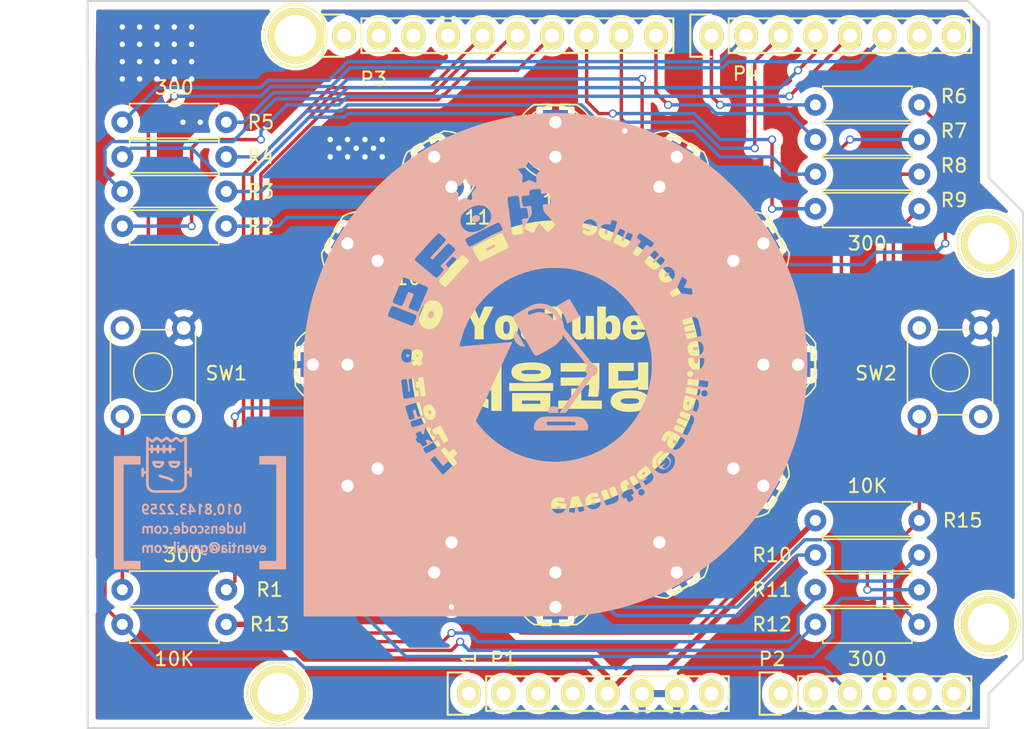
<source format=kicad_pcb>
(kicad_pcb (version 20171130) (host pcbnew "(5.1.7)-1")
  (title_block (date "lun. 30 mars 2015"))
  (layers (0 F.Cu signal) (31 B.Cu signal) (34 B.Paste user) (35 F.Paste user) (36 B.SilkS user) (37 F.SilkS user) (38 B.Mask user) (39 F.Mask user) (44 Edge.Cuts user))
  (net 0 "")
  (net 1 +5V)
  (net 2 GND)
  (net 3 "Net-(D1-Pad2)")
  (net 4 "Net-(D2-Pad2)")
  (net 5 "Net-(D3-Pad2)")
  (net 6 "Net-(D4-Pad2)")
  (net 7 "Net-(D5-Pad2)")
  (net 8 "Net-(D6-Pad2)")
  (net 9 "Net-(D7-Pad2)")
  (net 10 "Net-(D8-Pad2)")
  (net 11 "Net-(D9-Pad2)")
  (net 12 "Net-(D10-Pad2)")
  (net 13 "Net-(D11-Pad2)")
  (net 14 "Net-(D12-Pad2)")
  (net 15 A2)
  (net 16 A3)
  (net 17 /A5)
  (net 18 "Net-(P3-Pad3)")
  (net 19 P13)
  (net 20 P12)
  (net 21 P11)
  (net 22 P10)
  (net 23 P09)
  (net 24 P08)
  (net 25 P07)
  (net 26 P06)
  (net 27 P05)
  (net 28 P04)
  (net 29 P03)
  (net 30 P02)
  (net 31 /A4)
  (module Try001:YouTube_PCB_Profile_130x105 (layer B.Cu) (at 119.253 109.855 180)
    (fp_text reference G*** hide)
    (fp_text value LOGO hide)
  )
  (module Try001:YouTube_PCB_B369 (layer B.Cu) (at 145.288 99.695 180)
    (fp_text reference G*** hide)
    (fp_text value LOGO hide)
  )
  (module Try001:YouTube_PCB_212 (layer F.Cu) (at 145.288 99.695)
    (fp_text reference G*** hide)
    (fp_text value LOGO hide)
  )
  (module Socket_Arduino_Uno:Socket_Strip_Arduino_1x08 (layer F.Cu) (at 138.938 123.825)
    (fp_text reference P1 (at 2.54 -2.54) (layer F.SilkS))
    (fp_text value Power)
    (pad 1 thru_hole oval (at 0 0) (size 1.7272 2.032) (drill 1.016) (layers *.Cu *.Mask F.SilkS))
    (pad 2 thru_hole oval (at 2.54 0) (size 1.7272 2.032) (drill 1.016) (layers *.Cu *.Mask F.SilkS))
    (pad 3 thru_hole oval (at 5.08 0) (size 1.7272 2.032) (drill 1.016) (layers *.Cu *.Mask F.SilkS))
    (pad 4 thru_hole oval (at 7.62 0) (size 1.7272 2.032) (drill 1.016) (layers *.Cu *.Mask F.SilkS))
    (pad 5 thru_hole oval (at 10.16 0) (size 1.7272 2.032) (drill 1.016) (layers *.Cu *.Mask F.SilkS) (net 1 +5V))
    (pad 6 thru_hole oval (at 12.7 0) (size 1.7272 2.032) (drill 1.016) (layers *.Cu *.Mask F.SilkS) (net 2 GND))
    (pad 7 thru_hole oval (at 15.24 0) (size 1.7272 2.032) (drill 1.016) (layers *.Cu *.Mask F.SilkS) (net 2 GND))
    (pad 8 thru_hole oval (at 17.78 0) (size 1.7272 2.032) (drill 1.016) (layers *.Cu *.Mask F.SilkS))
  )
  (module Socket_Arduino_Uno:Socket_Strip_Arduino_1x06 (layer F.Cu) (at 161.798 123.825)
    (fp_text reference P2 (at -0.635 -2.54) (layer F.SilkS))
    (fp_text value Analog)
    (pad 1 thru_hole oval (at 0 0) (size 1.7272 2.032) (drill 1.016) (layers *.Cu *.Mask F.SilkS))
    (pad 2 thru_hole oval (at 2.54 0) (size 1.7272 2.032) (drill 1.016) (layers *.Cu *.Mask F.SilkS))
    (pad 3 thru_hole oval (at 5.08 0) (size 1.7272 2.032) (drill 1.016) (layers *.Cu *.Mask F.SilkS) (net 15 A2))
    (pad 4 thru_hole oval (at 7.62 0) (size 1.7272 2.032) (drill 1.016) (layers *.Cu *.Mask F.SilkS) (net 16 A3))
    (pad 5 thru_hole oval (at 10.16 0) (size 1.7272 2.032) (drill 1.016) (layers *.Cu *.Mask F.SilkS))
    (pad 6 thru_hole oval (at 12.7 0) (size 1.7272 2.032) (drill 1.016) (layers *.Cu *.Mask F.SilkS))
  )
  (module Socket_Arduino_Uno:Socket_Strip_Arduino_1x10 (layer F.Cu) (at 129.794 75.565)
    (fp_text reference P3 (at 2.159 3.175) (layer F.SilkS))
    (fp_text value Digital)
    (pad 1 thru_hole oval (at 0 0) (size 1.7272 2.032) (drill 1.016) (layers *.Cu *.Mask F.SilkS) (net 17 /A5))
    (pad 2 thru_hole oval (at 2.54 0) (size 1.7272 2.032) (drill 1.016) (layers *.Cu *.Mask F.SilkS) (net 31 /A4))
    (pad 3 thru_hole oval (at 5.08 0) (size 1.7272 2.032) (drill 1.016) (layers *.Cu *.Mask F.SilkS) (net 18 "Net-(P3-Pad3)"))
    (pad 4 thru_hole oval (at 7.62 0) (size 1.7272 2.032) (drill 1.016) (layers *.Cu *.Mask F.SilkS) (net 2 GND))
    (pad 5 thru_hole oval (at 10.16 0) (size 1.7272 2.032) (drill 1.016) (layers *.Cu *.Mask F.SilkS) (net 19 P13))
    (pad 6 thru_hole oval (at 12.7 0) (size 1.7272 2.032) (drill 1.016) (layers *.Cu *.Mask F.SilkS) (net 20 P12))
    (pad 7 thru_hole oval (at 15.24 0) (size 1.7272 2.032) (drill 1.016) (layers *.Cu *.Mask F.SilkS) (net 21 P11))
    (pad 8 thru_hole oval (at 17.78 0) (size 1.7272 2.032) (drill 1.016) (layers *.Cu *.Mask F.SilkS) (net 22 P10))
    (pad 9 thru_hole oval (at 20.32 0) (size 1.7272 2.032) (drill 1.016) (layers *.Cu *.Mask F.SilkS) (net 23 P09))
    (pad 10 thru_hole oval (at 22.86 0) (size 1.7272 2.032) (drill 1.016) (layers *.Cu *.Mask F.SilkS) (net 24 P08))
  )
  (module Socket_Arduino_Uno:Socket_Strip_Arduino_1x08 (layer F.Cu) (at 156.718 75.565)
    (fp_text reference P4 (at 2.54 2.794) (layer F.SilkS))
    (fp_text value Digital)
    (pad 1 thru_hole oval (at 0 0) (size 1.7272 2.032) (drill 1.016) (layers *.Cu *.Mask F.SilkS) (net 25 P07))
    (pad 2 thru_hole oval (at 2.54 0) (size 1.7272 2.032) (drill 1.016) (layers *.Cu *.Mask F.SilkS) (net 26 P06))
    (pad 3 thru_hole oval (at 5.08 0) (size 1.7272 2.032) (drill 1.016) (layers *.Cu *.Mask F.SilkS) (net 27 P05))
    (pad 4 thru_hole oval (at 7.62 0) (size 1.7272 2.032) (drill 1.016) (layers *.Cu *.Mask F.SilkS) (net 28 P04))
    (pad 5 thru_hole oval (at 10.16 0) (size 1.7272 2.032) (drill 1.016) (layers *.Cu *.Mask F.SilkS) (net 29 P03))
    (pad 6 thru_hole oval (at 12.7 0) (size 1.7272 2.032) (drill 1.016) (layers *.Cu *.Mask F.SilkS) (net 30 P02))
    (pad 7 thru_hole oval (at 15.24 0) (size 1.7272 2.032) (drill 1.016) (layers *.Cu *.Mask F.SilkS))
    (pad 8 thru_hole oval (at 17.78 0) (size 1.7272 2.032) (drill 1.016) (layers *.Cu *.Mask F.SilkS))
  )
  (module Socket_Arduino_Uno:Arduino_1pin (layer F.Cu) (at 124.968 123.825)
    (fp_text reference P5 hide)
    (fp_text value CONN_01X01 hide)
    (pad 1 thru_hole circle (at 0 0) (size 4.064 4.064) (drill 3.048) (layers *.Cu *.Mask F.SilkS))
  )
  (module Socket_Arduino_Uno:Arduino_1pin (layer F.Cu) (at 177.038 118.745)
    (fp_text reference P6 hide)
    (fp_text value CONN_01X01 hide)
    (pad 1 thru_hole circle (at 0 0) (size 4.064 4.064) (drill 3.048) (layers *.Cu *.Mask F.SilkS))
  )
  (module Socket_Arduino_Uno:Arduino_1pin (layer F.Cu) (at 126.238 75.565)
    (fp_text reference P7 hide)
    (fp_text value CONN_01X01 hide)
    (pad 1 thru_hole circle (at 0 0) (size 4.064 4.064) (drill 3.048) (layers *.Cu *.Mask F.SilkS))
  )
  (module Socket_Arduino_Uno:Arduino_1pin (layer F.Cu) (at 177.038 90.805)
    (fp_text reference P8 hide)
    (fp_text value CONN_01X01 hide)
    (pad 1 thru_hole circle (at 0 0) (size 4.064 4.064) (drill 3.048) (layers *.Cu *.Mask F.SilkS))
  )
  (module LED_THT:LED_D5.0mm (layer F.Cu) (at 127.508 99.695)
    (fp_text reference D1 (at 1.27 -3.96) (layer F.SilkS))
    (fp_text value LED hide)
    (pad 1 thru_hole rect (at 0 0) (size 1.8 1.8) (drill 0.9) (layers *.Cu *.Mask) (net 2 GND))
    (pad 2 thru_hole circle (at 2.54 0) (size 1.8 1.8) (drill 0.9) (layers *.Cu *.Mask) (net 3 "Net-(D1-Pad2)"))
  )
  (module LED_THT:LED_D5.0mm (layer F.Cu) (at 130.048 90.805 330)
    (fp_text reference D2 (at 1.27 -3.96 150) (layer F.SilkS))
    (fp_text value LED hide)
    (pad 1 thru_hole rect (at 0 0 330) (size 1.8 1.8) (drill 0.9) (layers *.Cu *.Mask) (net 2 GND))
    (pad 2 thru_hole circle (at 2.54 0 330) (size 1.8 1.8) (drill 0.9) (layers *.Cu *.Mask) (net 4 "Net-(D2-Pad2)"))
  )
  (module LED_THT:LED_D5.0mm (layer F.Cu) (at 136.398 84.455 300)
    (fp_text reference D3 (at 1.27 -3.96 120) (layer F.SilkS))
    (fp_text value LED hide)
    (pad 1 thru_hole rect (at 0 0 300) (size 1.8 1.8) (drill 0.9) (layers *.Cu *.Mask) (net 2 GND))
    (pad 2 thru_hole circle (at 2.54 0 300) (size 1.8 1.8) (drill 0.9) (layers *.Cu *.Mask) (net 5 "Net-(D3-Pad2)"))
  )
  (module LED_THT:LED_D5.0mm (layer F.Cu) (at 145.288 81.915 270)
    (fp_text reference D4 (at 1.27 -3.96 90) (layer F.SilkS))
    (fp_text value LED hide)
    (pad 2 thru_hole circle (at 2.54 0 270) (size 1.8 1.8) (drill 0.9) (layers *.Cu *.Mask) (net 6 "Net-(D4-Pad2)"))
    (pad 1 thru_hole rect (at 0 0 270) (size 1.8 1.8) (drill 0.9) (layers *.Cu *.Mask) (net 2 GND))
  )
  (module LED_THT:LED_D5.0mm (layer F.Cu) (at 154.178 84.455 240)
    (fp_text reference D5 (at 1.27 -3.96 60) (layer F.SilkS))
    (fp_text value LED hide)
    (pad 1 thru_hole rect (at 0 0 240) (size 1.8 1.8) (drill 0.9) (layers *.Cu *.Mask) (net 2 GND))
    (pad 2 thru_hole circle (at 2.54 0 240) (size 1.8 1.8) (drill 0.9) (layers *.Cu *.Mask) (net 7 "Net-(D5-Pad2)"))
  )
  (module LED_THT:LED_D5.0mm (layer F.Cu) (at 160.528 90.805 210)
    (fp_text reference D6 (at 1.27 -3.96 30) (layer F.SilkS))
    (fp_text value LED hide)
    (pad 2 thru_hole circle (at 2.54 0 210) (size 1.8 1.8) (drill 0.9) (layers *.Cu *.Mask) (net 8 "Net-(D6-Pad2)"))
    (pad 1 thru_hole rect (at 0 0 210) (size 1.8 1.8) (drill 0.9) (layers *.Cu *.Mask) (net 2 GND))
  )
  (module LED_THT:LED_D5.0mm (layer F.Cu) (at 163.068 99.695 180)
    (fp_text reference D7 (at 1.27 -3.96) (layer F.SilkS))
    (fp_text value LED hide)
    (pad 2 thru_hole circle (at 2.54 0 180) (size 1.8 1.8) (drill 0.9) (layers *.Cu *.Mask) (net 9 "Net-(D7-Pad2)"))
    (pad 1 thru_hole rect (at 0 0 180) (size 1.8 1.8) (drill 0.9) (layers *.Cu *.Mask) (net 2 GND))
  )
  (module LED_THT:LED_D5.0mm (layer F.Cu) (at 160.528 108.585 150)
    (fp_text reference D8 (at 1.27 -3.96 150) (layer F.SilkS))
    (fp_text value LED hide)
    (pad 2 thru_hole circle (at 2.54 0 150) (size 1.8 1.8) (drill 0.9) (layers *.Cu *.Mask) (net 10 "Net-(D8-Pad2)"))
    (pad 1 thru_hole rect (at 0 0 150) (size 1.8 1.8) (drill 0.9) (layers *.Cu *.Mask) (net 2 GND))
  )
  (module LED_THT:LED_D5.0mm (layer F.Cu) (at 154.178 114.935 120)
    (fp_text reference D9 (at 1.27 -3.96 120) (layer F.SilkS))
    (fp_text value LED hide)
    (pad 1 thru_hole rect (at 0 0 120) (size 1.8 1.8) (drill 0.9) (layers *.Cu *.Mask) (net 2 GND))
    (pad 2 thru_hole circle (at 2.54 0 120) (size 1.8 1.8) (drill 0.9) (layers *.Cu *.Mask) (net 11 "Net-(D9-Pad2)"))
  )
  (module LED_THT:LED_D5.0mm (layer F.Cu) (at 145.288 117.475 90)
    (fp_text reference D10 (at 1.27 -3.96 90) (layer F.SilkS))
    (fp_text value LED hide)
    (pad 1 thru_hole rect (at 0 0 90) (size 1.8 1.8) (drill 0.9) (layers *.Cu *.Mask) (net 2 GND))
    (pad 2 thru_hole circle (at 2.54 0 90) (size 1.8 1.8) (drill 0.9) (layers *.Cu *.Mask) (net 12 "Net-(D10-Pad2)"))
  )
  (module LED_THT:LED_D5.0mm (layer F.Cu) (at 136.398 114.935 60)
    (fp_text reference D11 (at 1.27 -3.96 60) (layer F.SilkS))
    (fp_text value LED hide)
    (pad 2 thru_hole circle (at 2.54 0 60) (size 1.8 1.8) (drill 0.9) (layers *.Cu *.Mask) (net 13 "Net-(D11-Pad2)"))
    (pad 1 thru_hole rect (at 0 0 60) (size 1.8 1.8) (drill 0.9) (layers *.Cu *.Mask) (net 2 GND))
  )
  (module LED_THT:LED_D5.0mm (layer F.Cu) (at 130.048 108.585 30)
    (fp_text reference D12 (at 1.27 -3.96 30) (layer F.SilkS))
    (fp_text value LED hide)
    (pad 2 thru_hole circle (at 2.54 0 30) (size 1.8 1.8) (drill 0.9) (layers *.Cu *.Mask) (net 14 "Net-(D12-Pad2)"))
    (pad 1 thru_hole rect (at 0 0 30) (size 1.8 1.8) (drill 0.9) (layers *.Cu *.Mask) (net 2 GND))
  )
  (module Resistor_THT:R_Axial_DIN0207_L6.3mm_D2.5mm_P7.62mm_Horizontal (layer F.Cu) (at 113.538 116.205)
    (fp_text reference R1 (at 10.795 0) (layer F.SilkS))
    (fp_text value 300 (at 4.445 -2.54) (layer F.SilkS))
    (pad 2 thru_hole oval (at 7.62 0) (size 1.6 1.6) (drill 0.8) (layers *.Cu *.Mask) (net 3 "Net-(D1-Pad2)"))
    (pad 1 thru_hole circle (at 0 0) (size 1.6 1.6) (drill 0.8) (layers *.Cu *.Mask) (net 30 P02))
  )
  (module Resistor_THT:R_Axial_DIN0207_L6.3mm_D2.5mm_P7.62mm_Horizontal (layer F.Cu) (at 113.538 89.535)
    (fp_text reference R2 (at 10.16 0) (layer F.SilkS))
    (fp_text value 300 hide)
    (pad 2 thru_hole oval (at 7.62 0) (size 1.6 1.6) (drill 0.8) (layers *.Cu *.Mask) (net 4 "Net-(D2-Pad2)"))
    (pad 1 thru_hole circle (at 0 0) (size 1.6 1.6) (drill 0.8) (layers *.Cu *.Mask) (net 29 P03))
  )
  (module Resistor_THT:R_Axial_DIN0207_L6.3mm_D2.5mm_P7.62mm_Horizontal (layer F.Cu) (at 113.538 86.995)
    (fp_text reference R3 (at 10.16 0) (layer F.SilkS))
    (fp_text value 300)
    (pad 1 thru_hole circle (at 0 0) (size 1.6 1.6) (drill 0.8) (layers *.Cu *.Mask) (net 28 P04))
    (pad 2 thru_hole oval (at 7.62 0) (size 1.6 1.6) (drill 0.8) (layers *.Cu *.Mask) (net 5 "Net-(D3-Pad2)"))
  )
  (module Resistor_THT:R_Axial_DIN0207_L6.3mm_D2.5mm_P7.62mm_Horizontal (layer F.Cu) (at 121.158 84.455 180)
    (fp_text reference R4 (at -2.54 0) (layer F.SilkS))
    (fp_text value 300 hide)
    (pad 1 thru_hole circle (at 0 0 180) (size 1.6 1.6) (drill 0.8) (layers *.Cu *.Mask) (net 27 P05))
    (pad 2 thru_hole oval (at 7.62 0 180) (size 1.6 1.6) (drill 0.8) (layers *.Cu *.Mask) (net 6 "Net-(D4-Pad2)"))
  )
  (module Resistor_THT:R_Axial_DIN0207_L6.3mm_D2.5mm_P7.62mm_Horizontal (layer F.Cu) (at 113.538 81.915)
    (fp_text reference R5 (at 10.16 0) (layer F.SilkS))
    (fp_text value 300 (at 3.81 -2.54) (layer F.SilkS))
    (pad 1 thru_hole circle (at 0 0) (size 1.6 1.6) (drill 0.8) (layers *.Cu *.Mask) (net 26 P06))
    (pad 2 thru_hole oval (at 7.62 0) (size 1.6 1.6) (drill 0.8) (layers *.Cu *.Mask) (net 7 "Net-(D5-Pad2)"))
  )
  (module Resistor_THT:R_Axial_DIN0207_L6.3mm_D2.5mm_P7.62mm_Horizontal (layer F.Cu) (at 164.338 80.645)
    (fp_text reference R6 (at 10.16 -0.635) (layer F.SilkS))
    (fp_text value 300 (at 3.81 10.16) (layer F.SilkS))
    (pad 1 thru_hole circle (at 0 0) (size 1.6 1.6) (drill 0.8) (layers *.Cu *.Mask) (net 25 P07))
    (pad 2 thru_hole oval (at 7.62 0) (size 1.6 1.6) (drill 0.8) (layers *.Cu *.Mask) (net 8 "Net-(D6-Pad2)"))
  )
  (module Resistor_THT:R_Axial_DIN0207_L6.3mm_D2.5mm_P7.62mm_Horizontal (layer F.Cu) (at 164.338 83.185)
    (fp_text reference R7 (at 10.16 -0.635) (layer F.SilkS))
    (fp_text value 300)
    (pad 1 thru_hole circle (at 0 0) (size 1.6 1.6) (drill 0.8) (layers *.Cu *.Mask) (net 24 P08))
    (pad 2 thru_hole oval (at 7.62 0) (size 1.6 1.6) (drill 0.8) (layers *.Cu *.Mask) (net 9 "Net-(D7-Pad2)"))
  )
  (module Resistor_THT:R_Axial_DIN0207_L6.3mm_D2.5mm_P7.62mm_Horizontal (layer F.Cu) (at 164.338 85.725)
    (fp_text reference R8 (at 10.16 -0.635) (layer F.SilkS))
    (fp_text value 300)
    (pad 2 thru_hole oval (at 7.62 0) (size 1.6 1.6) (drill 0.8) (layers *.Cu *.Mask) (net 10 "Net-(D8-Pad2)"))
    (pad 1 thru_hole circle (at 0 0) (size 1.6 1.6) (drill 0.8) (layers *.Cu *.Mask) (net 23 P09))
  )
  (module Resistor_THT:R_Axial_DIN0207_L6.3mm_D2.5mm_P7.62mm_Horizontal (layer F.Cu) (at 164.338 88.265)
    (fp_text reference R9 (at 10.16 -0.635) (layer F.SilkS))
    (fp_text value 300)
    (pad 1 thru_hole circle (at 0 0) (size 1.6 1.6) (drill 0.8) (layers *.Cu *.Mask) (net 22 P10))
    (pad 2 thru_hole oval (at 7.62 0) (size 1.6 1.6) (drill 0.8) (layers *.Cu *.Mask) (net 11 "Net-(D9-Pad2)"))
  )
  (module Resistor_THT:R_Axial_DIN0207_L6.3mm_D2.5mm_P7.62mm_Horizontal (layer F.Cu) (at 164.338 113.665)
    (fp_text reference R10 (at -3.175 0) (layer F.SilkS))
    (fp_text value 300)
    (pad 2 thru_hole oval (at 7.62 0) (size 1.6 1.6) (drill 0.8) (layers *.Cu *.Mask) (net 12 "Net-(D10-Pad2)"))
    (pad 1 thru_hole circle (at 0 0) (size 1.6 1.6) (drill 0.8) (layers *.Cu *.Mask) (net 21 P11))
  )
  (module Resistor_THT:R_Axial_DIN0207_L6.3mm_D2.5mm_P7.62mm_Horizontal (layer F.Cu) (at 164.338 116.205)
    (fp_text reference R11 (at -3.175 0) (layer F.SilkS))
    (fp_text value 300)
    (pad 1 thru_hole circle (at 0 0) (size 1.6 1.6) (drill 0.8) (layers *.Cu *.Mask) (net 20 P12))
    (pad 2 thru_hole oval (at 7.62 0) (size 1.6 1.6) (drill 0.8) (layers *.Cu *.Mask) (net 13 "Net-(D11-Pad2)"))
  )
  (module Resistor_THT:R_Axial_DIN0207_L6.3mm_D2.5mm_P7.62mm_Horizontal (layer F.Cu) (at 164.338 118.745)
    (fp_text reference R12 (at -3.175 0) (layer F.SilkS))
    (fp_text value 300 (at 3.81 2.54) (layer F.SilkS))
    (pad 2 thru_hole oval (at 7.62 0) (size 1.6 1.6) (drill 0.8) (layers *.Cu *.Mask) (net 14 "Net-(D12-Pad2)"))
    (pad 1 thru_hole circle (at 0 0) (size 1.6 1.6) (drill 0.8) (layers *.Cu *.Mask) (net 19 P13))
  )
  (module Resistor_THT:R_Axial_DIN0207_L6.3mm_D2.5mm_P7.62mm_Horizontal (layer F.Cu) (at 121.158 118.745 180)
    (fp_text reference R13 (at -3.175 0) (layer F.SilkS))
    (fp_text value 10K (at 3.81 -2.54) (layer F.SilkS))
    (pad 1 thru_hole circle (at 0 0 180) (size 1.6 1.6) (drill 0.8) (layers *.Cu *.Mask) (net 1 +5V))
    (pad 2 thru_hole oval (at 7.62 0 180) (size 1.6 1.6) (drill 0.8) (layers *.Cu *.Mask) (net 15 A2))
  )
  (module Resistor_THT:R_Axial_DIN0207_L6.3mm_D2.5mm_P7.62mm_Horizontal (layer F.Cu) (at 164.338 111.125)
    (fp_text reference R15 (at 10.795 0) (layer F.SilkS))
    (fp_text value 10K (at 3.81 -2.54) (layer F.SilkS))
    (pad 2 thru_hole oval (at 7.62 0) (size 1.6 1.6) (drill 0.8) (layers *.Cu *.Mask) (net 16 A3))
    (pad 1 thru_hole circle (at 0 0) (size 1.6 1.6) (drill 0.8) (layers *.Cu *.Mask) (net 1 +5V))
  )
  (module Button_Switch_THT:SW_TH_Tactile_Omron_B3F-10xx (layer F.Cu) (at 113.538 103.505 90)
    (fp_text reference SW1 (at 3.175 7.62 180) (layer F.SilkS))
    (fp_text value SW_MEC_5E)
    (pad 4 thru_hole circle (at 6.5 4.5 90) (size 1.7 1.7) (drill 1) (layers *.Cu *.Mask) (net 2 GND))
    (pad 3 thru_hole circle (at 0 4.5 90) (size 1.7 1.7) (drill 1) (layers *.Cu *.Mask))
    (pad 2 thru_hole circle (at 6.5 0 90) (size 1.7 1.7) (drill 1) (layers *.Cu *.Mask))
    (pad 1 thru_hole circle (at 0 0 90) (size 1.7 1.7) (drill 1) (layers *.Cu *.Mask) (net 15 A2))
  )
  (module Button_Switch_THT:SW_TH_Tactile_Omron_B3F-10xx (layer F.Cu) (at 171.958 103.505 90)
    (fp_text reference SW2 (at 3.175 -3.175 180) (layer F.SilkS))
    (fp_text value SW_MEC_5E)
    (pad 1 thru_hole circle (at 0 0 90) (size 1.7 1.7) (drill 1) (layers *.Cu *.Mask) (net 16 A3))
    (pad 2 thru_hole circle (at 6.5 0 90) (size 1.7 1.7) (drill 1) (layers *.Cu *.Mask))
    (pad 3 thru_hole circle (at 0 4.5 90) (size 1.7 1.7) (drill 1) (layers *.Cu *.Mask))
    (pad 4 thru_hole circle (at 6.5 4.5 90) (size 1.7 1.7) (drill 1) (layers *.Cu *.Mask) (net 2 GND))
  )
  (gr_text 3 (at 157.353 99.695) (layer F.SilkS) (effects (font (size 1 1))))
  (gr_text 11 (at 139.573 88.9) (layer F.SilkS) (effects (font (size 1 1))))
  (gr_text 10 (at 134.493 93.345) (layer F.SilkS) (effects (font (size 1 1))))
  (gr_text 9 (at 133.223 99.695) (layer F.SilkS) (effects (font (size 1 1))))
  (gr_text 8 (at 135.128 106.045) (layer F.SilkS) (effects (font (size 1 1))))
  (gr_text 7 (at 138.938 110.49) (layer F.SilkS) (effects (font (size 1 1))))
  (gr_text 6 (at 145.288 111.76) (layer F.SilkS) (effects (font (size 1 1))))
  (gr_text 5 (at 151.003 110.49) (layer F.SilkS) (effects (font (size 1 1))))
  (gr_text 4 (at 155.448 106.045) (layer F.SilkS) (effects (font (size 1 1))))
  (gr_text 2 (at 155.448 93.345) (layer F.SilkS) (effects (font (size 1 1))))
  (gr_text 1 (at 151.003 88.9) (layer F.SilkS) (effects (font (size 1 1))))
  (gr_text 12 (at 145.288 87.63) (layer F.SilkS) (effects (font (size 1 1))))
  (gr_text 1 (at 138.938 121.285 90) (layer F.SilkS) (effects (font (size 1 1))))
  (gr_line (start 177.038 74.549) (end 175.514 73.025) (angle 90) (layer Edge.Cuts) (width 0.15))
  (gr_line (start 177.038 85.979) (end 177.038 74.549) (angle 90) (layer Edge.Cuts) (width 0.15))
  (gr_line (start 179.578 88.519) (end 177.038 85.979) (angle 90) (layer Edge.Cuts) (width 0.15))
  (gr_line (start 179.578 121.285) (end 179.578 88.519) (angle 90) (layer Edge.Cuts) (width 0.15))
  (gr_line (start 177.038 123.825) (end 179.578 121.285) (angle 90) (layer Edge.Cuts) (width 0.15))
  (gr_line (start 177.038 126.365) (end 177.038 123.825) (angle 90) (layer Edge.Cuts) (width 0.15))
  (gr_line (start 110.998 126.365) (end 177.038 126.365) (angle 90) (layer Edge.Cuts) (width 0.15))
  (gr_line (start 110.998 73.025) (end 110.998 126.365) (angle 90) (layer Edge.Cuts) (width 0.15))
  (gr_line (start 175.514 73.025) (end 110.998 73.025) (angle 90) (layer Edge.Cuts) (width 0.15))
  (segment (start 149.098 122.555) (end 149.098 123.825) (width 0.4) (layer F.Cu) (net 1))
  (segment (start 147.828 121.285) (end 149.098 122.555) (width 0.4) (layer F.Cu) (net 1))
  (segment (start 151.003 121.92) (end 149.098 123.825) (width 0.4) (layer F.Cu) (net 1))
  (segment (start 153.543 121.92) (end 151.003 121.92) (width 0.4) (layer F.Cu) (net 1))
  (segment (start 164.338 111.125) (end 153.543 121.92) (width 0.4) (layer F.Cu) (net 1))
  (segment (start 121.158 118.745) (end 124.333 118.745) (width 0.4) (layer F.Cu) (net 1))
  (segment (start 124.333 118.745) (end 126.873 121.285) (width 0.4) (layer F.Cu) (net 1))
  (segment (start 126.873 121.285) (end 147.828 121.285) (width 0.4) (layer F.Cu) (net 1))
  (via (at 113.538 78.74) (size 0.6) (drill 0.4) (layers F.Cu B.Cu) (net 2))
  (via (at 113.538 77.47) (size 0.6) (drill 0.4) (layers F.Cu B.Cu) (net 2))
  (via (at 113.538 76.2) (size 0.6) (drill 0.4) (layers F.Cu B.Cu) (net 2))
  (via (at 113.538 74.93) (size 0.6) (drill 0.4) (layers F.Cu B.Cu) (net 2))
  (via (at 114.808 74.93) (size 0.6) (drill 0.4) (layers F.Cu B.Cu) (net 2))
  (via (at 116.078 74.93) (size 0.6) (drill 0.4) (layers F.Cu B.Cu) (net 2))
  (via (at 117.348 74.93) (size 0.6) (drill 0.4) (layers F.Cu B.Cu) (net 2))
  (via (at 117.348 76.2) (size 0.6) (drill 0.4) (layers F.Cu B.Cu) (net 2))
  (via (at 116.078 76.2) (size 0.6) (drill 0.4) (layers F.Cu B.Cu) (net 2))
  (via (at 114.808 76.2) (size 0.6) (drill 0.4) (layers F.Cu B.Cu) (net 2))
  (via (at 114.808 77.47) (size 0.6) (drill 0.4) (layers F.Cu B.Cu) (net 2))
  (via (at 114.808 78.74) (size 0.6) (drill 0.4) (layers F.Cu B.Cu) (net 2))
  (via (at 116.078 77.47) (size 0.6) (drill 0.4) (layers F.Cu B.Cu) (net 2))
  (via (at 117.348 77.47) (size 0.6) (drill 0.4) (layers F.Cu B.Cu) (net 2))
  (via (at 116.078 78.74) (size 0.6) (drill 0.4) (layers F.Cu B.Cu) (net 2))
  (via (at 117.348 78.74) (size 0.6) (drill 0.4) (layers F.Cu B.Cu) (net 2))
  (via (at 118.618 78.74) (size 0.6) (drill 0.4) (layers F.Cu B.Cu) (net 2))
  (via (at 118.618 77.47) (size 0.6) (drill 0.4) (layers F.Cu B.Cu) (net 2))
  (via (at 118.618 76.2) (size 0.6) (drill 0.4) (layers F.Cu B.Cu) (net 2))
  (via (at 118.618 74.93) (size 0.6) (drill 0.4) (layers F.Cu B.Cu) (net 2))
  (via (at 131.318 83.185) (size 0.6) (drill 0.4) (layers F.Cu B.Cu) (net 2))
  (via (at 130.048 83.185) (size 0.6) (drill 0.4) (layers F.Cu B.Cu) (net 2))
  (via (at 128.778 83.185) (size 0.6) (drill 0.4) (layers F.Cu B.Cu) (net 2))
  (via (at 117.983 81.915) (size 0.6) (drill 0.4) (layers F.Cu B.Cu) (net 2))
  (via (at 119.253 81.915) (size 0.6) (drill 0.4) (layers F.Cu B.Cu) (net 2))
  (via (at 132.588 83.185) (size 0.6) (drill 0.4) (layers F.Cu B.Cu) (net 2))
  (via (at 132.588 84.455) (size 0.6) (drill 0.4) (layers F.Cu B.Cu) (net 2))
  (via (at 130.683 83.82) (size 0.6) (drill 0.4) (layers F.Cu B.Cu) (net 2))
  (via (at 131.953 83.82) (size 0.6) (drill 0.4) (layers F.Cu B.Cu) (net 2))
  (via (at 129.413 83.82) (size 0.6) (drill 0.4) (layers F.Cu B.Cu) (net 2))
  (via (at 131.318 84.455) (size 0.6) (drill 0.4) (layers F.Cu B.Cu) (net 2))
  (via (at 130.048 84.455) (size 0.6) (drill 0.4) (layers F.Cu B.Cu) (net 2))
  (via (at 128.778 84.455) (size 0.6) (drill 0.4) (layers F.Cu B.Cu) (net 2))
  (segment (start 130.048 99.695) (end 126.873 102.87) (width 0.25) (layer B.Cu) (net 3))
  (segment (start 126.873 102.87) (end 122.428 102.87) (width 0.25) (layer B.Cu) (net 3))
  (via (at 121.793 103.505) (size 0.6) (drill 0.4) (layers F.Cu B.Cu) (net 3))
  (segment (start 122.428 102.87) (end 121.793 103.505) (width 0.25) (layer B.Cu) (net 3))
  (segment (start 121.793 115.57) (end 121.158 116.205) (width 0.25) (layer F.Cu) (net 3))
  (segment (start 121.793 103.505) (end 121.793 115.57) (width 0.25) (layer F.Cu) (net 3))
  (segment (start 124.968 89.535) (end 121.158 89.535) (width 0.25) (layer B.Cu) (net 4))
  (segment (start 125.603 88.9) (end 124.968 89.535) (width 0.25) (layer B.Cu) (net 4))
  (segment (start 132.247705 90.464705) (end 130.683 88.9) (width 0.25) (layer B.Cu) (net 4))
  (segment (start 130.683 88.9) (end 125.603 88.9) (width 0.25) (layer B.Cu) (net 4))
  (segment (start 132.247705 92.075) (end 132.247705 90.464705) (width 0.25) (layer B.Cu) (net 4))
  (segment (start 137.668 86.654705) (end 124.038295 86.654705) (width 0.25) (layer B.Cu) (net 5))
  (segment (start 123.698 86.995) (end 121.158 86.995) (width 0.25) (layer B.Cu) (net 5))
  (segment (start 124.038295 86.654705) (end 123.698 86.995) (width 0.25) (layer B.Cu) (net 5))
  (segment (start 130.05364 81.28) (end 142.113 81.28) (width 0.25) (layer B.Cu) (net 6))
  (segment (start 142.113 81.28) (end 145.288 84.455) (width 0.25) (layer B.Cu) (net 6))
  (segment (start 129.788623 81.545017) (end 130.05364 81.28) (width 0.25) (layer B.Cu) (net 6))
  (segment (start 127.244392 81.545018) (end 129.788623 81.545017) (width 0.25) (layer B.Cu) (net 6))
  (segment (start 123.884401 84.905009) (end 127.244392 81.545018) (width 0.25) (layer B.Cu) (net 6))
  (segment (start 123.88299 84.90501) (end 123.884401 84.905009) (width 0.25) (layer B.Cu) (net 6))
  (segment (start 123.063 85.725) (end 123.88299 84.90501) (width 0.25) (layer B.Cu) (net 6))
  (segment (start 120.523 85.725) (end 123.063 85.725) (width 0.25) (layer B.Cu) (net 6))
  (segment (start 118.618 83.82) (end 120.523 85.725) (width 0.25) (layer B.Cu) (net 6))
  (segment (start 114.173 83.82) (end 118.618 83.82) (width 0.25) (layer B.Cu) (net 6))
  (segment (start 113.538 84.455) (end 114.173 83.82) (width 0.25) (layer B.Cu) (net 6))
  (segment (start 152.908 86.36) (end 152.908 86.654705) (width 0.25) (layer B.Cu) (net 7))
  (via (at 151.638 78.74) (size 0.6) (drill 0.4) (layers F.Cu B.Cu) (net 7))
  (segment (start 151.638 85.384705) (end 151.638 78.74) (width 0.25) (layer F.Cu) (net 7))
  (segment (start 152.908 86.654705) (end 151.638 85.384705) (width 0.25) (layer F.Cu) (net 7))
  (segment (start 122.42518 81.915) (end 121.158 81.915) (width 0.25) (layer B.Cu) (net 7))
  (segment (start 129.043018 79.744982) (end 125.337981 79.744982) (width 0.25) (layer B.Cu) (net 7))
  (segment (start 130.048 78.74) (end 129.043018 79.744982) (width 0.25) (layer B.Cu) (net 7))
  (segment (start 151.638 78.74) (end 130.048 78.74) (width 0.25) (layer B.Cu) (net 7))
  (segment (start 124.5952 79.744982) (end 125.868018 79.744982) (width 0.25) (layer B.Cu) (net 7))
  (segment (start 125.868018 79.744982) (end 125.868017 79.744982) (width 0.25) (layer B.Cu) (net 7))
  (segment (start 124.33159 80.00859) (end 124.5952 79.744982) (width 0.25) (layer B.Cu) (net 7))
  (segment (start 124.33159 80.00859) (end 122.42518 81.915) (width 0.25) (layer B.Cu) (net 7))
  (segment (start 158.612728 92.359433) (end 167.863567 92.359433) (width 0.25) (layer B.Cu) (net 8))
  (segment (start 158.328295 92.075) (end 158.612728 92.359433) (width 0.25) (layer B.Cu) (net 8))
  (segment (start 167.863567 92.359433) (end 168.783 91.44) (width 0.25) (layer B.Cu) (net 8))
  (segment (start 168.783 91.44) (end 173.228 91.44) (width 0.25) (layer B.Cu) (net 8))
  (via (at 173.863 90.805) (size 0.6) (drill 0.4) (layers F.Cu B.Cu) (net 8))
  (segment (start 173.228 91.44) (end 173.863 90.805) (width 0.25) (layer B.Cu) (net 8))
  (segment (start 171.958 80.645) (end 173.863 82.55) (width 0.25) (layer F.Cu) (net 8))
  (segment (start 173.863 90.805) (end 173.863 82.55) (width 0.25) (layer F.Cu) (net 8))
  (segment (start 160.528 99.695) (end 166.243 93.98) (width 0.25) (layer F.Cu) (net 9))
  (via (at 166.878 83.185) (size 0.6) (drill 0.4) (layers F.Cu B.Cu) (net 9))
  (segment (start 166.243 83.82) (end 166.878 83.185) (width 0.25) (layer F.Cu) (net 9))
  (segment (start 166.243 93.98) (end 166.243 83.82) (width 0.25) (layer F.Cu) (net 9))
  (segment (start 166.878 83.185) (end 171.958 83.185) (width 0.25) (layer B.Cu) (net 9))
  (segment (start 169.418 86.995) (end 170.688 85.725) (width 0.25) (layer F.Cu) (net 10))
  (segment (start 170.688 85.725) (end 171.958 85.725) (width 0.25) (layer F.Cu) (net 10))
  (segment (start 169.418 101.6) (end 169.418 86.995) (width 0.25) (layer F.Cu) (net 10))
  (segment (start 165.608 105.41) (end 169.418 101.6) (width 0.25) (layer F.Cu) (net 10))
  (segment (start 160.233295 105.41) (end 165.608 105.41) (width 0.25) (layer F.Cu) (net 10))
  (segment (start 158.328295 107.315) (end 160.233295 105.41) (width 0.25) (layer F.Cu) (net 10))
  (segment (start 152.908 112.735295) (end 158.917705 112.735295) (width 0.25) (layer F.Cu) (net 11))
  (segment (start 160.528 111.125) (end 161.163 111.125) (width 0.25) (layer F.Cu) (net 11))
  (segment (start 158.917705 112.735295) (end 160.528 111.125) (width 0.25) (layer F.Cu) (net 11))
  (segment (start 161.163 111.125) (end 170.053 102.235) (width 0.25) (layer F.Cu) (net 11))
  (segment (start 170.053 90.17) (end 171.958 88.265) (width 0.25) (layer F.Cu) (net 11))
  (segment (start 170.053 102.235) (end 170.053 90.17) (width 0.25) (layer F.Cu) (net 11))
  (segment (start 170.053 115.57) (end 171.958 113.665) (width 0.25) (layer B.Cu) (net 12))
  (segment (start 166.243 115.57) (end 170.053 115.57) (width 0.25) (layer B.Cu) (net 12))
  (segment (start 165.608 114.935) (end 166.243 115.57) (width 0.25) (layer B.Cu) (net 12))
  (segment (start 165.608 113.03) (end 165.608 114.935) (width 0.25) (layer B.Cu) (net 12))
  (segment (start 165.117999 112.539999) (end 165.608 113.03) (width 0.25) (layer B.Cu) (net 12))
  (segment (start 158.623 117.475) (end 163.558001 112.539999) (width 0.25) (layer B.Cu) (net 12))
  (segment (start 149.733 117.475) (end 158.623 117.475) (width 0.25) (layer B.Cu) (net 12))
  (segment (start 163.558001 112.539999) (end 165.117999 112.539999) (width 0.25) (layer B.Cu) (net 12))
  (segment (start 147.193 114.935) (end 149.733 117.475) (width 0.25) (layer B.Cu) (net 12))
  (segment (start 145.288 114.935) (end 147.193 114.935) (width 0.25) (layer B.Cu) (net 12))
  (segment (start 137.668 112.735295) (end 138.303 113.370295) (width 0.25) (layer F.Cu) (net 13))
  (segment (start 138.303 113.370295) (end 138.303 114.935) (width 0.25) (layer F.Cu) (net 13))
  (segment (start 138.303 114.935) (end 142.748 119.38) (width 0.25) (layer F.Cu) (net 13))
  (segment (start 142.748 119.38) (end 155.340524 119.38) (width 0.25) (layer F.Cu) (net 13))
  (segment (start 155.340524 119.38) (end 162.433 112.287524) (width 0.25) (layer F.Cu) (net 13))
  (segment (start 162.433 112.287524) (end 162.433 110.49141) (width 0.25) (layer F.Cu) (net 13))
  (segment (start 162.433 110.49141) (end 163.70441 109.22) (width 0.25) (layer F.Cu) (net 13))
  (segment (start 163.70441 109.22) (end 164.973 109.22) (width 0.25) (layer F.Cu) (net 13))
  (via (at 168.148 116.205) (size 0.6) (drill 0.4) (layers F.Cu B.Cu) (net 13))
  (segment (start 168.148 112.395) (end 168.148 116.205) (width 0.25) (layer F.Cu) (net 13))
  (segment (start 164.973 109.22) (end 168.148 112.395) (width 0.25) (layer F.Cu) (net 13))
  (segment (start 168.148 116.205) (end 171.958 116.205) (width 0.25) (layer B.Cu) (net 13))
  (segment (start 133.223 120.015) (end 133.858 120.65) (width 0.25) (layer B.Cu) (net 14))
  (segment (start 132.247705 109.560295) (end 132.247705 107.315) (width 0.25) (layer B.Cu) (net 14))
  (segment (start 131.318 110.49) (end 132.247705 109.560295) (width 0.25) (layer B.Cu) (net 14))
  (segment (start 131.318 118.11) (end 131.318 110.49) (width 0.25) (layer B.Cu) (net 14))
  (segment (start 133.858 120.65) (end 131.318 118.11) (width 0.25) (layer B.Cu) (net 14))
  (segment (start 134.308009 121.100009) (end 133.858 120.65) (width 0.25) (layer B.Cu) (net 14))
  (segment (start 164.153009 121.100009) (end 134.308009 121.100009) (width 0.25) (layer B.Cu) (net 14))
  (segment (start 165.608 119.645018) (end 164.153009 121.100009) (width 0.25) (layer B.Cu) (net 14))
  (segment (start 165.608 117.475) (end 165.608 119.645018) (width 0.25) (layer B.Cu) (net 14))
  (segment (start 166.243 116.84) (end 165.608 117.475) (width 0.25) (layer B.Cu) (net 14))
  (segment (start 170.053 116.84) (end 166.243 116.84) (width 0.25) (layer B.Cu) (net 14))
  (segment (start 171.958 118.745) (end 170.053 116.84) (width 0.25) (layer B.Cu) (net 14))
  (segment (start 114.808 120.015) (end 113.538 118.745) (width 0.25) (layer B.Cu) (net 15))
  (segment (start 166.878 123.825) (end 166.878 123.19) (width 0.25) (layer B.Cu) (net 15))
  (segment (start 116.078 121.285) (end 113.538 118.745) (width 0.25) (layer B.Cu) (net 15))
  (segment (start 126.238 121.285) (end 116.078 121.285) (width 0.25) (layer B.Cu) (net 15))
  (segment (start 126.873 121.92) (end 126.238 121.285) (width 0.25) (layer B.Cu) (net 15))
  (segment (start 164.973 121.92) (end 126.873 121.92) (width 0.25) (layer B.Cu) (net 15))
  (segment (start 166.878 123.825) (end 164.973 121.92) (width 0.25) (layer B.Cu) (net 15))
  (segment (start 113.538 103.505) (end 113.538 113.03) (width 0.25) (layer F.Cu) (net 15))
  (segment (start 113.538 113.03) (end 112.268 114.3) (width 0.25) (layer F.Cu) (net 15))
  (segment (start 112.268 117.475) (end 113.538 118.745) (width 0.25) (layer F.Cu) (net 15))
  (segment (start 112.268 114.3) (end 112.268 117.475) (width 0.25) (layer F.Cu) (net 15))
  (segment (start 169.418 123.825) (end 169.418 122.555) (width 0.25) (layer F.Cu) (net 16))
  (segment (start 171.958 103.505) (end 171.958 111.125) (width 0.25) (layer F.Cu) (net 16))
  (segment (start 171.958 111.125) (end 169.418 113.665) (width 0.25) (layer F.Cu) (net 16))
  (segment (start 169.418 113.665) (end 169.418 123.825) (width 0.25) (layer F.Cu) (net 16))
  (segment (start 136.144 79.375) (end 128.778 79.375) (width 0.25) (layer F.Cu) (net 19))
  (segment (start 128.778 79.375) (end 122.428 85.725) (width 0.25) (layer F.Cu) (net 19))
  (segment (start 122.428 85.725) (end 122.428 115.57) (width 0.25) (layer F.Cu) (net 19))
  (segment (start 122.428 115.57) (end 127.508 120.65) (width 0.25) (layer F.Cu) (net 19))
  (segment (start 127.508 120.65) (end 137.668 120.65) (width 0.25) (layer F.Cu) (net 19))
  (via (at 138.303 120.015) (size 0.6) (drill 0.4) (layers F.Cu B.Cu) (net 19))
  (segment (start 137.668 120.65) (end 138.303 120.015) (width 0.25) (layer F.Cu) (net 19))
  (segment (start 139.954 75.565) (end 136.144 79.375) (width 0.25) (layer F.Cu) (net 19))
  (segment (start 138.938 120.65) (end 138.303 120.015) (width 0.25) (layer B.Cu) (net 19))
  (segment (start 162.433 120.65) (end 138.938 120.65) (width 0.25) (layer B.Cu) (net 19))
  (segment (start 164.338 118.745) (end 162.433 120.65) (width 0.25) (layer B.Cu) (net 19))
  (via (at 137.668 119.38) (size 0.6) (drill 0.4) (layers F.Cu B.Cu) (net 20))
  (segment (start 136.330401 79.825009) (end 138.68541 77.47) (width 0.25) (layer F.Cu) (net 20))
  (segment (start 128.9644 79.82501) (end 136.330401 79.825009) (width 0.25) (layer F.Cu) (net 20))
  (segment (start 123.063 85.72641) (end 128.9644 79.82501) (width 0.25) (layer F.Cu) (net 20))
  (segment (start 123.063 115.56859) (end 123.063 85.72641) (width 0.25) (layer F.Cu) (net 20))
  (segment (start 127.50941 120.015) (end 123.063 115.56859) (width 0.25) (layer F.Cu) (net 20))
  (segment (start 137.033 120.015) (end 127.50941 120.015) (width 0.25) (layer F.Cu) (net 20))
  (segment (start 137.668 119.38) (end 137.033 120.015) (width 0.25) (layer F.Cu) (net 20))
  (segment (start 142.113 75.565) (end 140.208 77.47) (width 0.25) (layer F.Cu) (net 20))
  (segment (start 142.494 75.565) (end 142.113 75.565) (width 0.25) (layer F.Cu) (net 20))
  (segment (start 138.68541 77.47) (end 140.208 77.47) (width 0.25) (layer F.Cu) (net 20))
  (segment (start 137.668 119.38) (end 138.938 119.38) (width 0.25) (layer B.Cu) (net 20))
  (segment (start 138.938 119.38) (end 139.573 120.015) (width 0.25) (layer B.Cu) (net 20))
  (segment (start 139.573 120.015) (end 142.113 120.015) (width 0.25) (layer B.Cu) (net 20))
  (segment (start 142.113 120.015) (end 141.47941 120.015) (width 0.25) (layer B.Cu) (net 20))
  (segment (start 159.893 120.015) (end 142.113 120.015) (width 0.25) (layer B.Cu) (net 20))
  (segment (start 164.338 116.84) (end 164.338 116.205) (width 0.25) (layer B.Cu) (net 20))
  (segment (start 163.068 118.11) (end 164.338 116.84) (width 0.25) (layer B.Cu) (net 20))
  (segment (start 163.068 119.37859) (end 163.068 118.11) (width 0.25) (layer B.Cu) (net 20))
  (segment (start 162.43159 120.015) (end 163.068 119.37859) (width 0.25) (layer B.Cu) (net 20))
  (segment (start 161.798 120.015) (end 162.43159 120.015) (width 0.25) (layer B.Cu) (net 20))
  (segment (start 162.06161 120.015) (end 161.798 120.015) (width 0.25) (layer B.Cu) (net 20))
  (segment (start 161.798 120.015) (end 159.893 120.015) (width 0.25) (layer B.Cu) (net 20))
  (segment (start 142.494 78.105) (end 145.034 75.565) (width 0.25) (layer F.Cu) (net 21))
  (segment (start 138.938 78.105) (end 142.494 78.105) (width 0.25) (layer F.Cu) (net 21))
  (segment (start 137.137964 79.905036) (end 138.938 78.105) (width 0.25) (layer F.Cu) (net 21))
  (segment (start 137.033 79.905036) (end 137.137964 79.905036) (width 0.25) (layer F.Cu) (net 21))
  (segment (start 129.150802 80.275018) (end 136.663018 80.275018) (width 0.25) (layer F.Cu) (net 21))
  (segment (start 123.698 115.56718) (end 123.698 85.72782) (width 0.25) (layer F.Cu) (net 21))
  (segment (start 136.663018 80.275018) (end 137.033 79.905036) (width 0.25) (layer F.Cu) (net 21))
  (segment (start 127.51082 119.38) (end 123.698 115.56718) (width 0.25) (layer F.Cu) (net 21))
  (segment (start 123.698 85.72782) (end 129.150802 80.275018) (width 0.25) (layer F.Cu) (net 21))
  (via (at 137.668 117.475) (size 0.6) (drill 0.4) (layers F.Cu B.Cu) (net 21))
  (segment (start 138.938 117.475) (end 137.668 117.475) (width 0.25) (layer B.Cu) (net 21))
  (segment (start 138.303 117.475) (end 138.938 117.475) (width 0.25) (layer B.Cu) (net 21))
  (segment (start 137.033 117.475) (end 135.128 119.38) (width 0.25) (layer F.Cu) (net 21))
  (segment (start 137.668 117.475) (end 137.033 117.475) (width 0.25) (layer F.Cu) (net 21))
  (segment (start 135.128 119.38) (end 127.51082 119.38) (width 0.25) (layer F.Cu) (net 21))
  (segment (start 163.06941 113.665) (end 164.338 113.665) (width 0.25) (layer B.Cu) (net 21))
  (segment (start 158.809401 117.925009) (end 163.06941 113.665) (width 0.25) (layer B.Cu) (net 21))
  (segment (start 158.623 118.11) (end 158.80799 117.92501) (width 0.25) (layer B.Cu) (net 21))
  (segment (start 149.73159 118.11) (end 158.623 118.11) (width 0.25) (layer B.Cu) (net 21))
  (segment (start 147.82659 116.205) (end 149.73159 118.11) (width 0.25) (layer B.Cu) (net 21))
  (segment (start 144.018 116.205) (end 147.82659 116.205) (width 0.25) (layer B.Cu) (net 21))
  (segment (start 158.80799 117.92501) (end 158.809401 117.925009) (width 0.25) (layer B.Cu) (net 21))
  (segment (start 142.748 117.475) (end 144.018 116.205) (width 0.25) (layer B.Cu) (net 21))
  (segment (start 138.938 117.475) (end 142.748 117.475) (width 0.25) (layer B.Cu) (net 21))
  (segment (start 163.068 88.265) (end 164.338 88.265) (width 0.25) (layer B.Cu) (net 22))
  (segment (start 147.574 75.565) (end 147.574 79.756) (width 0.25) (layer F.Cu) (net 22))
  (via (at 161.163 88.265) (size 0.6) (drill 0.4) (layers F.Cu B.Cu) (net 22))
  (segment (start 161.163 88.265) (end 164.338 88.265) (width 0.25) (layer B.Cu) (net 22))
  (via (at 161.163 83.185) (size 0.6) (drill 0.4) (layers F.Cu B.Cu) (net 22))
  (segment (start 161.163 83.185) (end 157.35582 83.185) (width 0.25) (layer B.Cu) (net 22))
  (segment (start 157.35582 83.185) (end 155.45082 81.28) (width 0.25) (layer B.Cu) (net 22))
  (via (at 149.489 81.28) (size 0.6) (drill 0.4) (layers F.Cu B.Cu) (net 22))
  (segment (start 155.45082 81.28) (end 149.489 81.28) (width 0.25) (layer B.Cu) (net 22))
  (segment (start 147.574 80.391) (end 147.574 79.756) (width 0.25) (layer F.Cu) (net 22))
  (segment (start 148.463 81.28) (end 147.574 80.391) (width 0.25) (layer F.Cu) (net 22))
  (segment (start 149.489 81.28) (end 148.463 81.28) (width 0.25) (layer F.Cu) (net 22))
  (segment (start 161.163 83.185) (end 161.163 88.265) (width 0.25) (layer F.Cu) (net 22))
  (segment (start 162.433 85.725) (end 164.338 85.725) (width 0.25) (layer B.Cu) (net 23))
  (segment (start 162.433 85.725) (end 161.163 84.455) (width 0.25) (layer B.Cu) (net 23))
  (segment (start 161.163 84.455) (end 157.353 84.455) (width 0.25) (layer B.Cu) (net 23))
  (segment (start 157.353 84.455) (end 155.448 82.55) (width 0.25) (layer B.Cu) (net 23))
  (segment (start 155.448 82.55) (end 151.003 82.55) (width 0.25) (layer B.Cu) (net 23))
  (via (at 150.368 82.55) (size 0.6) (drill 0.4) (layers F.Cu B.Cu) (net 23))
  (segment (start 151.003 82.55) (end 150.368 82.55) (width 0.25) (layer B.Cu) (net 23))
  (segment (start 150.368 81.915) (end 150.114 81.661) (width 0.25) (layer F.Cu) (net 23))
  (segment (start 150.368 82.55) (end 150.368 81.915) (width 0.25) (layer F.Cu) (net 23))
  (segment (start 150.114 75.565) (end 150.114 81.661) (width 0.25) (layer F.Cu) (net 23))
  (segment (start 164.338 83.185) (end 163.068 81.915) (width 0.25) (layer B.Cu) (net 24))
  (segment (start 163.068 81.915) (end 162.433 81.28) (width 0.25) (layer B.Cu) (net 24))
  (segment (start 162.433 81.28) (end 157.353 81.28) (width 0.25) (layer B.Cu) (net 24))
  (segment (start 157.062998 81.28) (end 156.427998 80.645) (width 0.25) (layer B.Cu) (net 24))
  (segment (start 157.353 81.28) (end 157.062998 81.28) (width 0.25) (layer B.Cu) (net 24))
  (via (at 153.543 80.645) (size 0.6) (drill 0.4) (layers F.Cu B.Cu) (net 24))
  (segment (start 156.427998 80.645) (end 153.543 80.645) (width 0.25) (layer B.Cu) (net 24))
  (segment (start 153.543 80.645) (end 152.654 79.756) (width 0.25) (layer F.Cu) (net 24))
  (segment (start 152.654 75.565) (end 152.654 79.756) (width 0.25) (layer F.Cu) (net 24))
  (segment (start 156.718 78.74) (end 156.718 80.01) (width 0.25) (layer F.Cu) (net 25))
  (segment (start 156.718 75.565) (end 156.718 78.74) (width 0.25) (layer F.Cu) (net 25))
  (via (at 157.353 80.645) (size 0.6) (drill 0.4) (layers F.Cu B.Cu) (net 25))
  (segment (start 164.338 80.645) (end 157.353 80.645) (width 0.25) (layer B.Cu) (net 25))
  (segment (start 157.353 80.645) (end 156.718 80.01) (width 0.25) (layer F.Cu) (net 25))
  (segment (start 116.078 79.375) (end 113.538 81.915) (width 0.25) (layer B.Cu) (net 26))
  (segment (start 123.692362 79.375) (end 116.078 79.375) (width 0.25) (layer B.Cu) (net 26))
  (segment (start 124.222399 78.844963) (end 123.692362 79.375) (width 0.25) (layer B.Cu) (net 26))
  (segment (start 128.670218 78.844962) (end 124.222399 78.844963) (width 0.25) (layer B.Cu) (net 26))
  (segment (start 130.04518 77.47) (end 128.670218 78.844962) (width 0.25) (layer B.Cu) (net 26))
  (segment (start 157.353 77.47) (end 130.04518 77.47) (width 0.25) (layer B.Cu) (net 26))
  (segment (start 159.258 75.565) (end 157.353 77.47) (width 0.25) (layer B.Cu) (net 26))
  (segment (start 161.798 75.565) (end 162.082433 75.849433) (width 0.25) (layer F.Cu) (net 27))
  (segment (start 161.798 75.565) (end 159.893 77.47) (width 0.25) (layer F.Cu) (net 27))
  (via (at 159.893 83.82) (size 0.6) (drill 0.4) (layers F.Cu B.Cu) (net 27))
  (segment (start 159.893 78.74) (end 159.893 83.82) (width 0.25) (layer F.Cu) (net 27))
  (segment (start 159.893 77.47) (end 159.893 78.74) (width 0.25) (layer F.Cu) (net 27))
  (segment (start 159.893 78.74) (end 159.893 79.375) (width 0.25) (layer F.Cu) (net 27))
  (segment (start 157.35441 83.82) (end 159.893 83.82) (width 0.25) (layer B.Cu) (net 27))
  (segment (start 155.448705 81.914295) (end 157.35441 83.82) (width 0.25) (layer B.Cu) (net 27))
  (segment (start 147.19441 80.645) (end 148.463705 81.914295) (width 0.25) (layer B.Cu) (net 27))
  (segment (start 130.05223 80.645) (end 147.19441 80.645) (width 0.25) (layer B.Cu) (net 27))
  (segment (start 148.463705 81.914295) (end 155.448705 81.914295) (width 0.25) (layer B.Cu) (net 27))
  (segment (start 129.602222 81.095008) (end 130.05223 80.645) (width 0.25) (layer B.Cu) (net 27))
  (segment (start 127.057992 81.095008) (end 129.602222 81.095008) (width 0.25) (layer B.Cu) (net 27))
  (segment (start 123.698 84.455) (end 127.057992 81.095008) (width 0.25) (layer B.Cu) (net 27))
  (segment (start 121.158 84.455) (end 123.698 84.455) (width 0.25) (layer B.Cu) (net 27))
  (segment (start 164.338 76.835) (end 163.068 78.105) (width 0.25) (layer F.Cu) (net 28))
  (segment (start 164.338 75.565) (end 164.338 76.835) (width 0.25) (layer F.Cu) (net 28))
  (via (at 163.068 78.105) (size 0.6) (drill 0.4) (layers F.Cu B.Cu) (net 28))
  (segment (start 112.758001 83.329999) (end 112.268 83.82) (width 0.25) (layer B.Cu) (net 28))
  (segment (start 112.268 85.725) (end 113.538 86.995) (width 0.25) (layer B.Cu) (net 28))
  (segment (start 121.646591 83.329999) (end 112.758001 83.329999) (width 0.25) (layer B.Cu) (net 28))
  (segment (start 124.781599 80.194991) (end 121.646591 83.329999) (width 0.25) (layer B.Cu) (net 28))
  (segment (start 130.04941 79.375) (end 129.22942 80.19499) (width 0.25) (layer B.Cu) (net 28))
  (segment (start 112.268 83.82) (end 112.268 85.725) (width 0.25) (layer B.Cu) (net 28))
  (segment (start 161.798 79.375) (end 130.04941 79.375) (width 0.25) (layer B.Cu) (net 28))
  (segment (start 129.22942 80.19499) (end 124.781599 80.194991) (width 0.25) (layer B.Cu) (net 28))
  (segment (start 163.068 78.105) (end 161.798 79.375) (width 0.25) (layer B.Cu) (net 28))
  (segment (start 167.503001 76.190001) (end 166.878 75.565) (width 0.25) (layer F.Cu) (net 29))
  (via (at 118.618 89.535) (size 0.6) (drill 0.4) (layers F.Cu B.Cu) (net 29))
  (segment (start 113.538 89.535) (end 118.618 89.535) (width 0.25) (layer B.Cu) (net 29))
  (segment (start 118.618 89.535) (end 118.618 83.82) (width 0.25) (layer F.Cu) (net 29))
  (segment (start 118.618 83.82) (end 119.253 83.185) (width 0.25) (layer F.Cu) (net 29))
  (via (at 123.698 83.185) (size 0.6) (drill 0.4) (layers F.Cu B.Cu) (net 29))
  (segment (start 119.253 83.185) (end 123.698 83.185) (width 0.25) (layer F.Cu) (net 29))
  (segment (start 123.698 83.185) (end 123.698 82.55) (width 0.25) (layer B.Cu) (net 29))
  (segment (start 123.698 82.55) (end 125.603 80.645) (width 0.25) (layer B.Cu) (net 29))
  (segment (start 125.603 80.645) (end 129.415821 80.644999) (width 0.25) (layer B.Cu) (net 29))
  (segment (start 129.415821 80.644999) (end 130.05082 80.01) (width 0.25) (layer B.Cu) (net 29))
  (via (at 162.433 80.01) (size 0.6) (drill 0.4) (layers F.Cu B.Cu) (net 29))
  (segment (start 130.05082 80.01) (end 162.433 80.01) (width 0.25) (layer B.Cu) (net 29))
  (segment (start 162.433 80.01) (end 166.878 75.565) (width 0.25) (layer F.Cu) (net 29))
  (via (at 117.348 80.01) (size 0.6) (drill 0.4) (layers F.Cu B.Cu) (net 30))
  (segment (start 119.888 80.01) (end 117.348 80.01) (width 0.25) (layer B.Cu) (net 30))
  (segment (start 124.4088 79.294972) (end 123.693772 80.01) (width 0.25) (layer B.Cu) (net 30))
  (segment (start 128.856618 79.294972) (end 124.4088 79.294972) (width 0.25) (layer B.Cu) (net 30))
  (segment (start 130.048 78.105) (end 130.04659 78.105) (width 0.25) (layer B.Cu) (net 30))
  (segment (start 123.693772 80.01) (end 119.888 80.01) (width 0.25) (layer B.Cu) (net 30))
  (segment (start 130.23299 77.92001) (end 130.048 78.105) (width 0.25) (layer B.Cu) (net 30))
  (segment (start 130.04659 78.105) (end 128.856618 79.294972) (width 0.25) (layer B.Cu) (net 30))
  (segment (start 157.5394 77.92001) (end 130.23299 77.92001) (width 0.25) (layer B.Cu) (net 30))
  (segment (start 157.98941 77.47) (end 157.5394 77.92001) (width 0.25) (layer B.Cu) (net 30))
  (segment (start 167.513 77.47) (end 157.98941 77.47) (width 0.25) (layer B.Cu) (net 30))
  (segment (start 169.418 75.565) (end 167.513 77.47) (width 0.25) (layer B.Cu) (net 30))
  (segment (start 115.443 81.915) (end 117.348 80.01) (width 0.25) (layer F.Cu) (net 30))
  (segment (start 115.443 104.14) (end 115.443 81.915) (width 0.25) (layer F.Cu) (net 30))
  (segment (start 114.173 105.41) (end 115.443 104.14) (width 0.25) (layer F.Cu) (net 30))
  (segment (start 113.538 114.3) (end 114.173 113.665) (width 0.25) (layer F.Cu) (net 30))
  (segment (start 113.538 116.205) (end 113.538 114.3) (width 0.25) (layer F.Cu) (net 30))
  (segment (start 114.173 113.665) (end 114.173 105.41) (width 0.25) (layer F.Cu) (net 30))
  (zone (net 2) (net_name GND) (layer F.Cu) (connect_pads (clearance 0.508)) (min_thickness 0.254) (fill yes (arc_segments 32) (thermal_gap 0.508) (thermal_bridge_width 0.508))
    (polygon (pts (xy 176.403 74.93) (xy 176.403 86.36) (xy 178.943 88.9) (xy 178.943 120.65) (xy 176.403 123.19) (xy 176.403 125.73) (xy 110.998 125.73) (xy 111.633 73.66) (xy 175.133 73.66)))
  )
  (zone (net 2) (net_name GND) (layer B.Cu) (connect_pads (clearance 0.508)) (min_thickness 0.254) (fill yes (arc_segments 32) (thermal_gap 0.508) (thermal_bridge_width 0.508))
    (polygon (pts (xy 176.403 74.93) (xy 176.403 86.36) (xy 178.943 88.9) (xy 178.943 120.65) (xy 176.403 123.19) (xy 176.403 125.73) (xy 111.633 125.73) (xy 111.633 73.66) (xy 175.133 73.66)))
  )
)
</source>
